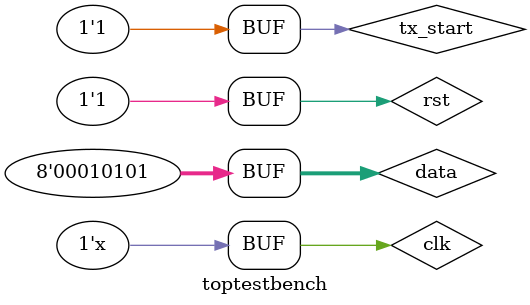
<source format=v>
`timescale 1ns / 1ps


module toptestbench;
reg tx_start,clk,rst;
reg [7:0] data;
wire pb_error,sb_error;
wire [7:0] data_out;   
topmodule tpm1(tx_start,clk,rst,data,pb_error,sb_error,data_out);
always
 #5 clk=~clk;
 initial begin  
 clk=0; rst=0;
#7 rst=1; data=8'b00010101;tx_start=1'b1;  
 
   end 
 endmodule

</source>
